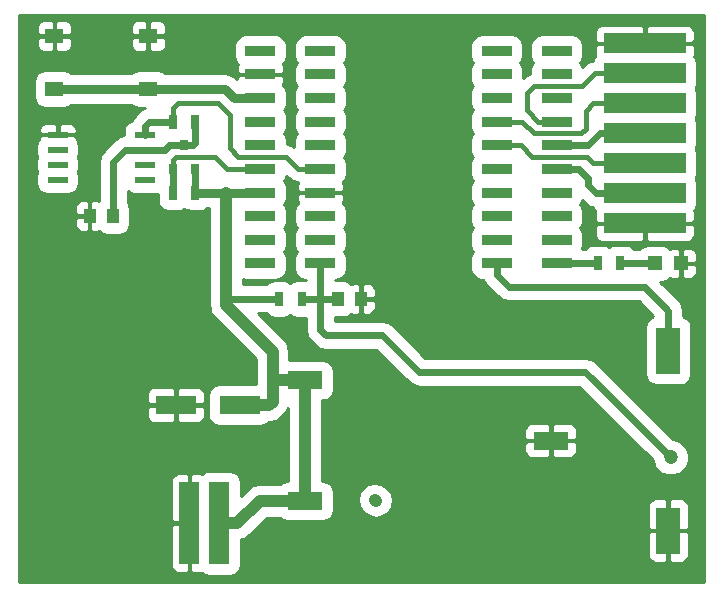
<source format=gtl>
G04 #@! TF.FileFunction,Copper,L1,Top,Signal*
%FSLAX46Y46*%
G04 Gerber Fmt 4.6, Leading zero omitted, Abs format (unit mm)*
G04 Created by KiCad (PCBNEW 4.0.7) date 10/30/17 13:40:03*
%MOMM*%
%LPD*%
G01*
G04 APERTURE LIST*
%ADD10C,0.100000*%
%ADD11R,3.000000X1.500000*%
%ADD12R,1.000000X1.250000*%
%ADD13R,3.500000X1.600000*%
%ADD14R,0.800000X0.900000*%
%ADD15R,0.700000X1.300000*%
%ADD16R,1.550000X1.300000*%
%ADD17R,2.540000X0.890000*%
%ADD18R,1.750000X0.550000*%
%ADD19R,1.200000X1.200000*%
%ADD20R,2.000000X4.000000*%
%ADD21R,7.000000X1.700000*%
%ADD22R,1.700000X7.000000*%
%ADD23C,1.200000*%
%ADD24C,1.000000*%
%ADD25C,0.600000*%
%ADD26C,0.800000*%
%ADD27C,0.400000*%
%ADD28C,0.254000*%
G04 APERTURE END LIST*
D10*
D11*
X169650000Y-106100000D03*
X148850000Y-111200000D03*
X148850000Y-101000000D03*
D12*
X132600000Y-87100000D03*
X130600000Y-87100000D03*
D13*
X143300000Y-103100000D03*
X137900000Y-103100000D03*
D12*
X151600000Y-94100000D03*
X153600000Y-94100000D03*
D14*
X137650000Y-83100000D03*
X139550000Y-83100000D03*
X138600000Y-81100000D03*
D15*
X139550000Y-85100000D03*
X137650000Y-85100000D03*
X139550000Y-79100000D03*
X137650000Y-79100000D03*
X146650000Y-94100000D03*
X148550000Y-94100000D03*
D16*
X127625000Y-71850000D03*
X135575000Y-71850000D03*
X127625000Y-76350000D03*
X135575000Y-76350000D03*
D17*
X150140000Y-73100000D03*
X165060000Y-73100000D03*
X145060000Y-73100000D03*
X170140000Y-73100000D03*
X145060000Y-75100000D03*
X150140000Y-75100000D03*
X145060000Y-77100000D03*
X150140000Y-77100000D03*
X145060000Y-79100000D03*
X150140000Y-79100000D03*
X145060000Y-81100000D03*
X150140000Y-81100000D03*
X145060000Y-83100000D03*
X150140000Y-83100000D03*
X145060000Y-85100000D03*
X150140000Y-85100000D03*
X145060000Y-87100000D03*
X150140000Y-87100000D03*
X145060000Y-89100000D03*
X150140000Y-89100000D03*
X145060000Y-91100000D03*
X150140000Y-91100000D03*
X165060000Y-91100000D03*
X170140000Y-91100000D03*
X165060000Y-89100000D03*
X170140000Y-89100000D03*
X165060000Y-87100000D03*
X170140000Y-87100000D03*
X165060000Y-85100000D03*
X170140000Y-85100000D03*
X165060000Y-83100000D03*
X170140000Y-83100000D03*
X165060000Y-81100000D03*
X170140000Y-81100000D03*
X165060000Y-79100000D03*
X170140000Y-79100000D03*
X165060000Y-77100000D03*
X170140000Y-77100000D03*
X165060000Y-75100000D03*
X170140000Y-75100000D03*
D18*
X135300000Y-84005000D03*
X135300000Y-82735000D03*
X135300000Y-81465000D03*
X135300000Y-80195000D03*
X127900000Y-80195000D03*
X127900000Y-81465000D03*
X127900000Y-82735000D03*
X127900000Y-84005000D03*
D19*
X178500000Y-91100000D03*
X180700000Y-91100000D03*
D15*
X175550000Y-91100000D03*
X173650000Y-91100000D03*
D20*
X179600000Y-98480000D03*
X179600000Y-113720000D03*
D21*
X177600000Y-87720000D03*
X177600000Y-85180000D03*
X177600000Y-82640000D03*
X177600000Y-80100000D03*
X177600000Y-77560000D03*
X177600000Y-75020000D03*
X177600000Y-72480000D03*
D22*
X141600000Y-113100000D03*
X139060000Y-113100000D03*
D23*
X127300000Y-96100000D03*
X179800000Y-107530000D03*
D24*
X154850000Y-111200000D02*
X154750000Y-111100000D01*
D25*
X177550000Y-87250000D02*
X177600000Y-87200000D01*
D24*
X143300000Y-103100000D02*
X145800000Y-103100000D01*
X146100000Y-102800000D02*
X146100000Y-101000000D01*
X145800000Y-103100000D02*
X146100000Y-102800000D01*
X142150000Y-94100000D02*
X142150000Y-94650000D01*
X146100000Y-98600000D02*
X146100000Y-101000000D01*
X142150000Y-94650000D02*
X146100000Y-98600000D01*
X148850000Y-101000000D02*
X146100000Y-101000000D01*
X141600000Y-113100000D02*
X143100000Y-113100000D01*
X145000000Y-111200000D02*
X148850000Y-111200000D01*
X143100000Y-113100000D02*
X145000000Y-111200000D01*
X148850000Y-101000000D02*
X148850000Y-111200000D01*
D25*
X146650000Y-94100000D02*
X142150000Y-94100000D01*
D24*
X142150000Y-94100000D02*
X142150000Y-85100000D01*
D26*
X145060000Y-85100000D02*
X142150000Y-85100000D01*
X142150000Y-85100000D02*
X139550000Y-85100000D01*
D25*
X139550000Y-83100000D02*
X139550000Y-85100000D01*
X135300000Y-81465000D02*
X133635000Y-81465000D01*
X132600000Y-82500000D02*
X132600000Y-87100000D01*
X133635000Y-81465000D02*
X132600000Y-82500000D01*
X138600000Y-81100000D02*
X139350000Y-81100000D01*
X139550000Y-80900000D02*
X139550000Y-79100000D01*
X139350000Y-81100000D02*
X139550000Y-80900000D01*
X135300000Y-81465000D02*
X136985000Y-81465000D01*
X137350000Y-81100000D02*
X138600000Y-81100000D01*
X136985000Y-81465000D02*
X137350000Y-81100000D01*
D26*
X127625000Y-76350000D02*
X135575000Y-76350000D01*
X145060000Y-77100000D02*
X142800000Y-77100000D01*
X142050000Y-76350000D02*
X135575000Y-76350000D01*
X142800000Y-77100000D02*
X142050000Y-76350000D01*
D25*
X175550000Y-91100000D02*
X178500000Y-91100000D01*
X170140000Y-91100000D02*
X173650000Y-91100000D01*
X165060000Y-91100000D02*
X165060000Y-92060000D01*
X179600000Y-95100000D02*
X179600000Y-98480000D01*
X177600000Y-93100000D02*
X179600000Y-95100000D01*
X166100000Y-93100000D02*
X177600000Y-93100000D01*
X165060000Y-92060000D02*
X166100000Y-93100000D01*
X150140000Y-94100000D02*
X150140000Y-96740000D01*
X150600000Y-97200000D02*
X150140000Y-96740000D01*
X155400000Y-97200000D02*
X150600000Y-97200000D01*
X158500000Y-100300000D02*
X155400000Y-97200000D01*
X172570000Y-100300000D02*
X158500000Y-100300000D01*
X172570000Y-100300000D02*
X179800000Y-107530000D01*
X150140000Y-91100000D02*
X150140000Y-94100000D01*
X150140000Y-94100000D02*
X150150000Y-94100000D01*
X151600000Y-94100000D02*
X150150000Y-94100000D01*
X150150000Y-94100000D02*
X148550000Y-94100000D01*
X172250000Y-83350000D02*
X172800000Y-83900000D01*
X173480000Y-85180000D02*
X177600000Y-85180000D01*
X172800000Y-84500000D02*
X173480000Y-85180000D01*
X172800000Y-83900000D02*
X172800000Y-84500000D01*
X170140000Y-83100000D02*
X172000000Y-83100000D01*
X172000000Y-83100000D02*
X172250000Y-83350000D01*
D27*
X172400000Y-82100000D02*
X172700000Y-82100000D01*
X173240000Y-82640000D02*
X177600000Y-82640000D01*
X172700000Y-82100000D02*
X173240000Y-82640000D01*
X165060000Y-81100000D02*
X167100000Y-81100000D01*
X167100000Y-81100000D02*
X168100000Y-82100000D01*
X168100000Y-82100000D02*
X172400000Y-82100000D01*
D25*
X172300000Y-81100000D02*
X172800000Y-81100000D01*
X172800000Y-81100000D02*
X173800000Y-80100000D01*
X173800000Y-80100000D02*
X177600000Y-80100000D01*
X171800000Y-81100000D02*
X172300000Y-81100000D01*
X170140000Y-81100000D02*
X171800000Y-81100000D01*
D27*
X172600000Y-78400000D02*
X172600000Y-78200000D01*
X173240000Y-77560000D02*
X177600000Y-77560000D01*
X172600000Y-78200000D02*
X173240000Y-77560000D01*
X165060000Y-79100000D02*
X167200000Y-79100000D01*
X167200000Y-79100000D02*
X168200000Y-80100000D01*
X172600000Y-79700000D02*
X172600000Y-78400000D01*
X172200000Y-80100000D02*
X172600000Y-79700000D01*
X168200000Y-80100000D02*
X172200000Y-80100000D01*
X172500000Y-75900000D02*
X173380000Y-75020000D01*
X173380000Y-75020000D02*
X177600000Y-75020000D01*
X172300000Y-76100000D02*
X172500000Y-75900000D01*
X168200000Y-76100000D02*
X172300000Y-76100000D01*
X167600000Y-76700000D02*
X168200000Y-76100000D01*
X167600000Y-78100000D02*
X167600000Y-76700000D01*
X170140000Y-79100000D02*
X168600000Y-79100000D01*
X168600000Y-79100000D02*
X167600000Y-78100000D01*
X137650000Y-83100000D02*
X137650000Y-82350000D01*
X142200000Y-83100000D02*
X145060000Y-83100000D01*
X141200000Y-82100000D02*
X142200000Y-83100000D01*
X137900000Y-82100000D02*
X141200000Y-82100000D01*
X137650000Y-82350000D02*
X137900000Y-82100000D01*
D25*
X137650000Y-83100000D02*
X137650000Y-85100000D01*
D27*
X137650000Y-79100000D02*
X137650000Y-77950000D01*
X148250000Y-83100000D02*
X150140000Y-83100000D01*
X147250000Y-82100000D02*
X148250000Y-83100000D01*
X143200000Y-82100000D02*
X147250000Y-82100000D01*
X142450000Y-81350000D02*
X143200000Y-82100000D01*
X142450000Y-78500000D02*
X142450000Y-81350000D01*
X141500000Y-77550000D02*
X142450000Y-78500000D01*
X138050000Y-77550000D02*
X141500000Y-77550000D01*
X137650000Y-77950000D02*
X138050000Y-77550000D01*
D25*
X137650000Y-79100000D02*
X135650000Y-79100000D01*
X135300000Y-79450000D02*
X135300000Y-80195000D01*
X135650000Y-79100000D02*
X135300000Y-79450000D01*
D28*
G36*
X182598000Y-118098000D02*
X124602000Y-118098000D01*
X124602000Y-113354750D01*
X137483000Y-113354750D01*
X137483000Y-116744610D01*
X137593679Y-117011813D01*
X137798188Y-117216321D01*
X138065391Y-117327000D01*
X138805250Y-117327000D01*
X138987000Y-117145250D01*
X138987000Y-113173000D01*
X137664750Y-113173000D01*
X137483000Y-113354750D01*
X124602000Y-113354750D01*
X124602000Y-109455390D01*
X137483000Y-109455390D01*
X137483000Y-112845250D01*
X137664750Y-113027000D01*
X138987000Y-113027000D01*
X138987000Y-109054750D01*
X138805250Y-108873000D01*
X138065391Y-108873000D01*
X137798188Y-108983679D01*
X137593679Y-109188187D01*
X137483000Y-109455390D01*
X124602000Y-109455390D01*
X124602000Y-103354750D01*
X135423000Y-103354750D01*
X135423000Y-104044610D01*
X135533679Y-104311813D01*
X135738188Y-104516321D01*
X136005391Y-104627000D01*
X137645250Y-104627000D01*
X137827000Y-104445250D01*
X137827000Y-103173000D01*
X137973000Y-103173000D01*
X137973000Y-104445250D01*
X138154750Y-104627000D01*
X139794609Y-104627000D01*
X140061812Y-104516321D01*
X140266321Y-104311813D01*
X140377000Y-104044610D01*
X140377000Y-103354750D01*
X140195250Y-103173000D01*
X137973000Y-103173000D01*
X137827000Y-103173000D01*
X135604750Y-103173000D01*
X135423000Y-103354750D01*
X124602000Y-103354750D01*
X124602000Y-102155390D01*
X135423000Y-102155390D01*
X135423000Y-102845250D01*
X135604750Y-103027000D01*
X137827000Y-103027000D01*
X137827000Y-101754750D01*
X137973000Y-101754750D01*
X137973000Y-103027000D01*
X140195250Y-103027000D01*
X140377000Y-102845250D01*
X140377000Y-102155390D01*
X140266321Y-101888187D01*
X140061812Y-101683679D01*
X139794609Y-101573000D01*
X138154750Y-101573000D01*
X137973000Y-101754750D01*
X137827000Y-101754750D01*
X137645250Y-101573000D01*
X136005391Y-101573000D01*
X135738188Y-101683679D01*
X135533679Y-101888187D01*
X135423000Y-102155390D01*
X124602000Y-102155390D01*
X124602000Y-87354750D01*
X129373000Y-87354750D01*
X129373000Y-87869610D01*
X129483679Y-88136813D01*
X129688188Y-88341321D01*
X129955391Y-88452000D01*
X130345250Y-88452000D01*
X130527000Y-88270250D01*
X130527000Y-87173000D01*
X129554750Y-87173000D01*
X129373000Y-87354750D01*
X124602000Y-87354750D01*
X124602000Y-86330390D01*
X129373000Y-86330390D01*
X129373000Y-86845250D01*
X129554750Y-87027000D01*
X130527000Y-87027000D01*
X130527000Y-85929750D01*
X130345250Y-85748000D01*
X129955391Y-85748000D01*
X129688188Y-85858679D01*
X129483679Y-86063187D01*
X129373000Y-86330390D01*
X124602000Y-86330390D01*
X124602000Y-81190000D01*
X126079839Y-81190000D01*
X126079839Y-81740000D01*
X126144478Y-82083526D01*
X126153300Y-82097236D01*
X126079839Y-82460000D01*
X126079839Y-83010000D01*
X126144478Y-83353526D01*
X126153300Y-83367236D01*
X126079839Y-83730000D01*
X126079839Y-84280000D01*
X126144478Y-84623526D01*
X126347501Y-84939033D01*
X126657279Y-85150696D01*
X127025000Y-85225161D01*
X128775000Y-85225161D01*
X129118526Y-85160522D01*
X129434033Y-84957499D01*
X129645696Y-84647721D01*
X129720161Y-84280000D01*
X129720161Y-83730000D01*
X129655522Y-83386474D01*
X129646700Y-83372764D01*
X129720161Y-83010000D01*
X129720161Y-82460000D01*
X129655522Y-82116474D01*
X129646700Y-82102764D01*
X129720161Y-81740000D01*
X129720161Y-81190000D01*
X129655522Y-80846474D01*
X129502000Y-80607894D01*
X129502000Y-80449750D01*
X129320250Y-80268000D01*
X128889373Y-80268000D01*
X128775000Y-80244839D01*
X127025000Y-80244839D01*
X126901910Y-80268000D01*
X126479750Y-80268000D01*
X126298000Y-80449750D01*
X126298000Y-80611974D01*
X126154304Y-80822279D01*
X126079839Y-81190000D01*
X124602000Y-81190000D01*
X124602000Y-79775390D01*
X126298000Y-79775390D01*
X126298000Y-79940250D01*
X126479750Y-80122000D01*
X127827000Y-80122000D01*
X127827000Y-79374750D01*
X127973000Y-79374750D01*
X127973000Y-80122000D01*
X129320250Y-80122000D01*
X129502000Y-79940250D01*
X129502000Y-79775390D01*
X129391321Y-79508187D01*
X129186812Y-79303679D01*
X128919609Y-79193000D01*
X128154750Y-79193000D01*
X127973000Y-79374750D01*
X127827000Y-79374750D01*
X127645250Y-79193000D01*
X126880391Y-79193000D01*
X126613188Y-79303679D01*
X126408679Y-79508187D01*
X126298000Y-79775390D01*
X124602000Y-79775390D01*
X124602000Y-75700000D01*
X125904839Y-75700000D01*
X125904839Y-77000000D01*
X125969478Y-77343526D01*
X126172501Y-77659033D01*
X126482279Y-77870696D01*
X126850000Y-77945161D01*
X128400000Y-77945161D01*
X128743526Y-77880522D01*
X129059033Y-77677499D01*
X129059374Y-77677000D01*
X134148796Y-77677000D01*
X134432279Y-77870696D01*
X134800000Y-77945161D01*
X135287219Y-77945161D01*
X135180448Y-77966399D01*
X134782380Y-78232380D01*
X134432380Y-78582380D01*
X134166400Y-78980447D01*
X134157504Y-79025172D01*
X134081474Y-79039478D01*
X133765967Y-79242501D01*
X133554304Y-79552279D01*
X133479839Y-79920000D01*
X133479839Y-80268863D01*
X133165447Y-80331400D01*
X132866774Y-80530967D01*
X132767380Y-80597380D01*
X131732380Y-81632380D01*
X131466400Y-82030447D01*
X131373000Y-82500000D01*
X131373000Y-85801181D01*
X131244609Y-85748000D01*
X130854750Y-85748000D01*
X130673000Y-85929750D01*
X130673000Y-87027000D01*
X130693000Y-87027000D01*
X130693000Y-87173000D01*
X130673000Y-87173000D01*
X130673000Y-88270250D01*
X130854750Y-88452000D01*
X131244609Y-88452000D01*
X131419596Y-88379518D01*
X131422501Y-88384033D01*
X131732279Y-88595696D01*
X132100000Y-88670161D01*
X133100000Y-88670161D01*
X133443526Y-88605522D01*
X133759033Y-88402499D01*
X133970696Y-88092721D01*
X134045161Y-87725000D01*
X134045161Y-86475000D01*
X133980522Y-86131474D01*
X133827000Y-85892894D01*
X133827000Y-84993353D01*
X134057279Y-85150696D01*
X134425000Y-85225161D01*
X136175000Y-85225161D01*
X136354839Y-85191322D01*
X136354839Y-85750000D01*
X136419478Y-86093526D01*
X136622501Y-86409033D01*
X136932279Y-86620696D01*
X137300000Y-86695161D01*
X138000000Y-86695161D01*
X138343526Y-86630522D01*
X138602638Y-86463788D01*
X138832279Y-86620696D01*
X139200000Y-86695161D01*
X139900000Y-86695161D01*
X140243526Y-86630522D01*
X140559033Y-86427499D01*
X140559374Y-86427000D01*
X140723000Y-86427000D01*
X140723000Y-94650000D01*
X140786179Y-94967620D01*
X140831624Y-95196089D01*
X141140959Y-95659041D01*
X144673000Y-99191083D01*
X144673000Y-101354839D01*
X141550000Y-101354839D01*
X141206474Y-101419478D01*
X140890967Y-101622501D01*
X140679304Y-101932279D01*
X140604839Y-102300000D01*
X140604839Y-103900000D01*
X140669478Y-104243526D01*
X140872501Y-104559033D01*
X141182279Y-104770696D01*
X141550000Y-104845161D01*
X145050000Y-104845161D01*
X145393526Y-104780522D01*
X145709033Y-104577499D01*
X145743538Y-104527000D01*
X145800000Y-104527000D01*
X146346089Y-104418376D01*
X146809041Y-104109041D01*
X147109041Y-103809041D01*
X147418376Y-103346089D01*
X147423000Y-103322843D01*
X147423000Y-109504839D01*
X147350000Y-109504839D01*
X147006474Y-109569478D01*
X146690967Y-109772501D01*
X146690626Y-109773000D01*
X145000000Y-109773000D01*
X144453911Y-109881624D01*
X143990959Y-110190958D01*
X143395161Y-110786756D01*
X143395161Y-109600000D01*
X143330522Y-109256474D01*
X143127499Y-108940967D01*
X142817721Y-108729304D01*
X142450000Y-108654839D01*
X140750000Y-108654839D01*
X140406474Y-108719478D01*
X140123529Y-108901548D01*
X140054609Y-108873000D01*
X139314750Y-108873000D01*
X139133000Y-109054750D01*
X139133000Y-113027000D01*
X139153000Y-113027000D01*
X139153000Y-113173000D01*
X139133000Y-113173000D01*
X139133000Y-117145250D01*
X139314750Y-117327000D01*
X140054609Y-117327000D01*
X140127678Y-117296734D01*
X140382279Y-117470696D01*
X140750000Y-117545161D01*
X142450000Y-117545161D01*
X142793526Y-117480522D01*
X143109033Y-117277499D01*
X143320696Y-116967721D01*
X143395161Y-116600000D01*
X143395161Y-114468289D01*
X143646089Y-114418376D01*
X144109041Y-114109041D01*
X144243332Y-113974750D01*
X177873000Y-113974750D01*
X177873000Y-115864610D01*
X177983679Y-116131813D01*
X178188188Y-116336321D01*
X178455391Y-116447000D01*
X179345250Y-116447000D01*
X179527000Y-116265250D01*
X179527000Y-113793000D01*
X179673000Y-113793000D01*
X179673000Y-116265250D01*
X179854750Y-116447000D01*
X180744609Y-116447000D01*
X181011812Y-116336321D01*
X181216321Y-116131813D01*
X181327000Y-115864610D01*
X181327000Y-113974750D01*
X181145250Y-113793000D01*
X179673000Y-113793000D01*
X179527000Y-113793000D01*
X178054750Y-113793000D01*
X177873000Y-113974750D01*
X144243332Y-113974750D01*
X145591083Y-112627000D01*
X146698796Y-112627000D01*
X146982279Y-112820696D01*
X147350000Y-112895161D01*
X150350000Y-112895161D01*
X150693526Y-112830522D01*
X151009033Y-112627499D01*
X151220696Y-112317721D01*
X151295161Y-111950000D01*
X151295161Y-111100000D01*
X153323001Y-111100000D01*
X153431624Y-111646089D01*
X153740959Y-112109041D01*
X153840958Y-112209041D01*
X154303910Y-112518376D01*
X154850000Y-112626999D01*
X155396089Y-112518376D01*
X155859041Y-112209041D01*
X156168376Y-111746089D01*
X156202329Y-111575390D01*
X177873000Y-111575390D01*
X177873000Y-113465250D01*
X178054750Y-113647000D01*
X179527000Y-113647000D01*
X179527000Y-111174750D01*
X179673000Y-111174750D01*
X179673000Y-113647000D01*
X181145250Y-113647000D01*
X181327000Y-113465250D01*
X181327000Y-111575390D01*
X181216321Y-111308187D01*
X181011812Y-111103679D01*
X180744609Y-110993000D01*
X179854750Y-110993000D01*
X179673000Y-111174750D01*
X179527000Y-111174750D01*
X179345250Y-110993000D01*
X178455391Y-110993000D01*
X178188188Y-111103679D01*
X177983679Y-111308187D01*
X177873000Y-111575390D01*
X156202329Y-111575390D01*
X156276999Y-111200000D01*
X156168376Y-110653910D01*
X155859041Y-110190958D01*
X155759041Y-110090959D01*
X155296089Y-109781624D01*
X154750000Y-109673001D01*
X154203911Y-109781624D01*
X153740959Y-110090959D01*
X153431624Y-110553911D01*
X153323001Y-111100000D01*
X151295161Y-111100000D01*
X151295161Y-110450000D01*
X151230522Y-110106474D01*
X151027499Y-109790967D01*
X150717721Y-109579304D01*
X150350000Y-109504839D01*
X150277000Y-109504839D01*
X150277000Y-106354750D01*
X167423000Y-106354750D01*
X167423000Y-106994610D01*
X167533679Y-107261813D01*
X167738188Y-107466321D01*
X168005391Y-107577000D01*
X169395250Y-107577000D01*
X169577000Y-107395250D01*
X169577000Y-106173000D01*
X169723000Y-106173000D01*
X169723000Y-107395250D01*
X169904750Y-107577000D01*
X171294609Y-107577000D01*
X171561812Y-107466321D01*
X171766321Y-107261813D01*
X171877000Y-106994610D01*
X171877000Y-106354750D01*
X171695250Y-106173000D01*
X169723000Y-106173000D01*
X169577000Y-106173000D01*
X167604750Y-106173000D01*
X167423000Y-106354750D01*
X150277000Y-106354750D01*
X150277000Y-105205390D01*
X167423000Y-105205390D01*
X167423000Y-105845250D01*
X167604750Y-106027000D01*
X169577000Y-106027000D01*
X169577000Y-104804750D01*
X169723000Y-104804750D01*
X169723000Y-106027000D01*
X171695250Y-106027000D01*
X171877000Y-105845250D01*
X171877000Y-105205390D01*
X171766321Y-104938187D01*
X171561812Y-104733679D01*
X171294609Y-104623000D01*
X169904750Y-104623000D01*
X169723000Y-104804750D01*
X169577000Y-104804750D01*
X169395250Y-104623000D01*
X168005391Y-104623000D01*
X167738188Y-104733679D01*
X167533679Y-104938187D01*
X167423000Y-105205390D01*
X150277000Y-105205390D01*
X150277000Y-102695161D01*
X150350000Y-102695161D01*
X150693526Y-102630522D01*
X151009033Y-102427499D01*
X151220696Y-102117721D01*
X151295161Y-101750000D01*
X151295161Y-100250000D01*
X151230522Y-99906474D01*
X151027499Y-99590967D01*
X150717721Y-99379304D01*
X150350000Y-99304839D01*
X147527000Y-99304839D01*
X147527000Y-98600000D01*
X147418376Y-98053911D01*
X147297896Y-97873600D01*
X147109042Y-97590959D01*
X144845082Y-95327000D01*
X145569714Y-95327000D01*
X145622501Y-95409033D01*
X145932279Y-95620696D01*
X146300000Y-95695161D01*
X147000000Y-95695161D01*
X147343526Y-95630522D01*
X147602638Y-95463788D01*
X147832279Y-95620696D01*
X148200000Y-95695161D01*
X148900000Y-95695161D01*
X148913000Y-95692715D01*
X148913000Y-96740000D01*
X149006400Y-97209553D01*
X149261247Y-97590959D01*
X149272380Y-97607620D01*
X149732380Y-98067620D01*
X150130447Y-98333600D01*
X150600000Y-98427000D01*
X154891760Y-98427000D01*
X157632380Y-101167620D01*
X158030447Y-101433600D01*
X158500000Y-101527000D01*
X172061760Y-101527000D01*
X178272817Y-107738057D01*
X178272735Y-107832407D01*
X178504717Y-108393846D01*
X178933894Y-108823773D01*
X179494928Y-109056735D01*
X180102407Y-109057265D01*
X180663846Y-108825283D01*
X181093773Y-108396106D01*
X181326735Y-107835072D01*
X181327265Y-107227593D01*
X181095283Y-106666154D01*
X180666106Y-106236227D01*
X180105072Y-106003265D01*
X180008421Y-106003181D01*
X173437620Y-99432380D01*
X173358186Y-99379304D01*
X173039553Y-99166400D01*
X172570000Y-99073000D01*
X159008240Y-99073000D01*
X156267620Y-96332380D01*
X156119785Y-96233600D01*
X155869553Y-96066400D01*
X155400000Y-95973000D01*
X151367000Y-95973000D01*
X151367000Y-95670161D01*
X152100000Y-95670161D01*
X152443526Y-95605522D01*
X152759033Y-95402499D01*
X152775986Y-95377688D01*
X152955391Y-95452000D01*
X153345250Y-95452000D01*
X153527000Y-95270250D01*
X153527000Y-94173000D01*
X153673000Y-94173000D01*
X153673000Y-95270250D01*
X153854750Y-95452000D01*
X154244609Y-95452000D01*
X154511812Y-95341321D01*
X154716321Y-95136813D01*
X154827000Y-94869610D01*
X154827000Y-94354750D01*
X154645250Y-94173000D01*
X153673000Y-94173000D01*
X153527000Y-94173000D01*
X153507000Y-94173000D01*
X153507000Y-94027000D01*
X153527000Y-94027000D01*
X153527000Y-92929750D01*
X153673000Y-92929750D01*
X153673000Y-94027000D01*
X154645250Y-94027000D01*
X154827000Y-93845250D01*
X154827000Y-93330390D01*
X154716321Y-93063187D01*
X154511812Y-92858679D01*
X154244609Y-92748000D01*
X153854750Y-92748000D01*
X153673000Y-92929750D01*
X153527000Y-92929750D01*
X153345250Y-92748000D01*
X152955391Y-92748000D01*
X152780404Y-92820482D01*
X152777499Y-92815967D01*
X152467721Y-92604304D01*
X152100000Y-92529839D01*
X151367000Y-92529839D01*
X151367000Y-92490161D01*
X151410000Y-92490161D01*
X151753526Y-92425522D01*
X152069033Y-92222499D01*
X152280696Y-91912721D01*
X152355161Y-91545000D01*
X152355161Y-90655000D01*
X152290522Y-90311474D01*
X152153613Y-90098712D01*
X152280696Y-89912721D01*
X152355161Y-89545000D01*
X152355161Y-88655000D01*
X152290522Y-88311474D01*
X152153613Y-88098712D01*
X152280696Y-87912721D01*
X152355161Y-87545000D01*
X152355161Y-86655000D01*
X152290522Y-86311474D01*
X152087499Y-85995967D01*
X152027176Y-85954750D01*
X152137000Y-85689610D01*
X152137000Y-85354750D01*
X151955250Y-85173000D01*
X150213000Y-85173000D01*
X150213000Y-85193000D01*
X150067000Y-85193000D01*
X150067000Y-85173000D01*
X148324750Y-85173000D01*
X148143000Y-85354750D01*
X148143000Y-85689610D01*
X148251456Y-85951447D01*
X148210967Y-85977501D01*
X147999304Y-86287279D01*
X147924839Y-86655000D01*
X147924839Y-87545000D01*
X147989478Y-87888526D01*
X148126387Y-88101288D01*
X147999304Y-88287279D01*
X147924839Y-88655000D01*
X147924839Y-89545000D01*
X147989478Y-89888526D01*
X148126387Y-90101288D01*
X147999304Y-90287279D01*
X147924839Y-90655000D01*
X147924839Y-91545000D01*
X147989478Y-91888526D01*
X148192501Y-92204033D01*
X148502279Y-92415696D01*
X148870000Y-92490161D01*
X148913000Y-92490161D01*
X148913000Y-92507472D01*
X148900000Y-92504839D01*
X148200000Y-92504839D01*
X147856474Y-92569478D01*
X147597362Y-92736212D01*
X147367721Y-92579304D01*
X147000000Y-92504839D01*
X146300000Y-92504839D01*
X145956474Y-92569478D01*
X145640967Y-92772501D01*
X145572299Y-92873000D01*
X143577000Y-92873000D01*
X143577000Y-92447028D01*
X143790000Y-92490161D01*
X146330000Y-92490161D01*
X146673526Y-92425522D01*
X146989033Y-92222499D01*
X147200696Y-91912721D01*
X147275161Y-91545000D01*
X147275161Y-90655000D01*
X147210522Y-90311474D01*
X147073613Y-90098712D01*
X147200696Y-89912721D01*
X147275161Y-89545000D01*
X147275161Y-88655000D01*
X147210522Y-88311474D01*
X147073613Y-88098712D01*
X147200696Y-87912721D01*
X147275161Y-87545000D01*
X147275161Y-86655000D01*
X147210522Y-86311474D01*
X147073613Y-86098712D01*
X147200696Y-85912721D01*
X147275161Y-85545000D01*
X147275161Y-84655000D01*
X147210522Y-84311474D01*
X147073613Y-84098712D01*
X147200696Y-83912721D01*
X147245862Y-83689681D01*
X147453091Y-83896910D01*
X147743507Y-84090959D01*
X147818716Y-84141212D01*
X148216305Y-84220298D01*
X148252824Y-84245250D01*
X148143000Y-84510390D01*
X148143000Y-84845250D01*
X148324750Y-85027000D01*
X150067000Y-85027000D01*
X150067000Y-85007000D01*
X150213000Y-85007000D01*
X150213000Y-85027000D01*
X151955250Y-85027000D01*
X152137000Y-84845250D01*
X152137000Y-84510390D01*
X152028544Y-84248553D01*
X152069033Y-84222499D01*
X152280696Y-83912721D01*
X152355161Y-83545000D01*
X152355161Y-82655000D01*
X152290522Y-82311474D01*
X152153613Y-82098712D01*
X152280696Y-81912721D01*
X152355161Y-81545000D01*
X152355161Y-80655000D01*
X152290522Y-80311474D01*
X152153613Y-80098712D01*
X152280696Y-79912721D01*
X152355161Y-79545000D01*
X152355161Y-78655000D01*
X152290522Y-78311474D01*
X152153613Y-78098712D01*
X152280696Y-77912721D01*
X152355161Y-77545000D01*
X152355161Y-76655000D01*
X152290522Y-76311474D01*
X152153613Y-76098712D01*
X152280696Y-75912721D01*
X152355161Y-75545000D01*
X152355161Y-74655000D01*
X152290522Y-74311474D01*
X152153613Y-74098712D01*
X152280696Y-73912721D01*
X152355161Y-73545000D01*
X152355161Y-72655000D01*
X162844839Y-72655000D01*
X162844839Y-73545000D01*
X162909478Y-73888526D01*
X163046387Y-74101288D01*
X162919304Y-74287279D01*
X162844839Y-74655000D01*
X162844839Y-75545000D01*
X162909478Y-75888526D01*
X163046387Y-76101288D01*
X162919304Y-76287279D01*
X162844839Y-76655000D01*
X162844839Y-77545000D01*
X162909478Y-77888526D01*
X163046387Y-78101288D01*
X162919304Y-78287279D01*
X162844839Y-78655000D01*
X162844839Y-79545000D01*
X162909478Y-79888526D01*
X163046387Y-80101288D01*
X162919304Y-80287279D01*
X162844839Y-80655000D01*
X162844839Y-81545000D01*
X162909478Y-81888526D01*
X163046387Y-82101288D01*
X162919304Y-82287279D01*
X162844839Y-82655000D01*
X162844839Y-83545000D01*
X162909478Y-83888526D01*
X163046387Y-84101288D01*
X162919304Y-84287279D01*
X162844839Y-84655000D01*
X162844839Y-85545000D01*
X162909478Y-85888526D01*
X163046387Y-86101288D01*
X162919304Y-86287279D01*
X162844839Y-86655000D01*
X162844839Y-87545000D01*
X162909478Y-87888526D01*
X163046387Y-88101288D01*
X162919304Y-88287279D01*
X162844839Y-88655000D01*
X162844839Y-89545000D01*
X162909478Y-89888526D01*
X163046387Y-90101288D01*
X162919304Y-90287279D01*
X162844839Y-90655000D01*
X162844839Y-91545000D01*
X162909478Y-91888526D01*
X163112501Y-92204033D01*
X163422279Y-92415696D01*
X163790000Y-92490161D01*
X163918564Y-92490161D01*
X163926400Y-92529553D01*
X164105437Y-92797501D01*
X164192380Y-92927620D01*
X165232380Y-93967620D01*
X165630447Y-94233600D01*
X166100000Y-94327000D01*
X177091760Y-94327000D01*
X178347172Y-95582412D01*
X178256474Y-95599478D01*
X177940967Y-95802501D01*
X177729304Y-96112279D01*
X177654839Y-96480000D01*
X177654839Y-100480000D01*
X177719478Y-100823526D01*
X177922501Y-101139033D01*
X178232279Y-101350696D01*
X178600000Y-101425161D01*
X180600000Y-101425161D01*
X180943526Y-101360522D01*
X181259033Y-101157499D01*
X181470696Y-100847721D01*
X181545161Y-100480000D01*
X181545161Y-96480000D01*
X181480522Y-96136474D01*
X181277499Y-95820967D01*
X180967721Y-95609304D01*
X180827000Y-95580807D01*
X180827000Y-95100000D01*
X180733600Y-94630447D01*
X180467620Y-94232380D01*
X178880401Y-92645161D01*
X179100000Y-92645161D01*
X179443526Y-92580522D01*
X179759033Y-92377499D01*
X179775986Y-92352688D01*
X179955391Y-92427000D01*
X180445250Y-92427000D01*
X180627000Y-92245250D01*
X180627000Y-91173000D01*
X180773000Y-91173000D01*
X180773000Y-92245250D01*
X180954750Y-92427000D01*
X181444609Y-92427000D01*
X181711812Y-92316321D01*
X181916321Y-92111813D01*
X182027000Y-91844610D01*
X182027000Y-91354750D01*
X181845250Y-91173000D01*
X180773000Y-91173000D01*
X180627000Y-91173000D01*
X180607000Y-91173000D01*
X180607000Y-91027000D01*
X180627000Y-91027000D01*
X180627000Y-89954750D01*
X180773000Y-89954750D01*
X180773000Y-91027000D01*
X181845250Y-91027000D01*
X182027000Y-90845250D01*
X182027000Y-90355390D01*
X181916321Y-90088187D01*
X181711812Y-89883679D01*
X181444609Y-89773000D01*
X180954750Y-89773000D01*
X180773000Y-89954750D01*
X180627000Y-89954750D01*
X180445250Y-89773000D01*
X179955391Y-89773000D01*
X179780404Y-89845482D01*
X179777499Y-89840967D01*
X179467721Y-89629304D01*
X179100000Y-89554839D01*
X177900000Y-89554839D01*
X177556474Y-89619478D01*
X177240967Y-89822501D01*
X177206462Y-89873000D01*
X176630286Y-89873000D01*
X176577499Y-89790967D01*
X176267721Y-89579304D01*
X175900000Y-89504839D01*
X175200000Y-89504839D01*
X174856474Y-89569478D01*
X174597362Y-89736212D01*
X174367721Y-89579304D01*
X174000000Y-89504839D01*
X173300000Y-89504839D01*
X172956474Y-89569478D01*
X172640967Y-89772501D01*
X172572299Y-89873000D01*
X172288740Y-89873000D01*
X172355161Y-89545000D01*
X172355161Y-88655000D01*
X172290522Y-88311474D01*
X172153613Y-88098712D01*
X172238313Y-87974750D01*
X173373000Y-87974750D01*
X173373000Y-88714609D01*
X173483679Y-88981812D01*
X173688187Y-89186321D01*
X173955390Y-89297000D01*
X177345250Y-89297000D01*
X177527000Y-89115250D01*
X177527000Y-87793000D01*
X177673000Y-87793000D01*
X177673000Y-89115250D01*
X177854750Y-89297000D01*
X181244610Y-89297000D01*
X181511813Y-89186321D01*
X181716321Y-88981812D01*
X181827000Y-88714609D01*
X181827000Y-87974750D01*
X181645250Y-87793000D01*
X177673000Y-87793000D01*
X177527000Y-87793000D01*
X173554750Y-87793000D01*
X173373000Y-87974750D01*
X172238313Y-87974750D01*
X172280696Y-87912721D01*
X172355161Y-87545000D01*
X172355161Y-86655000D01*
X172290522Y-86311474D01*
X172153613Y-86098712D01*
X172280696Y-85912721D01*
X172313835Y-85749075D01*
X172612380Y-86047620D01*
X173010447Y-86313600D01*
X173215892Y-86354465D01*
X173219478Y-86373526D01*
X173401548Y-86656471D01*
X173373000Y-86725391D01*
X173373000Y-87465250D01*
X173554750Y-87647000D01*
X177527000Y-87647000D01*
X177527000Y-87627000D01*
X177673000Y-87627000D01*
X177673000Y-87647000D01*
X181645250Y-87647000D01*
X181827000Y-87465250D01*
X181827000Y-86725391D01*
X181796734Y-86652322D01*
X181970696Y-86397721D01*
X182045161Y-86030000D01*
X182045161Y-84330000D01*
X181980522Y-83986474D01*
X181933089Y-83912761D01*
X181970696Y-83857721D01*
X182045161Y-83490000D01*
X182045161Y-81790000D01*
X181980522Y-81446474D01*
X181933089Y-81372761D01*
X181970696Y-81317721D01*
X182045161Y-80950000D01*
X182045161Y-79250000D01*
X181980522Y-78906474D01*
X181933089Y-78832761D01*
X181970696Y-78777721D01*
X182045161Y-78410000D01*
X182045161Y-76710000D01*
X181980522Y-76366474D01*
X181933089Y-76292761D01*
X181970696Y-76237721D01*
X182045161Y-75870000D01*
X182045161Y-74170000D01*
X181980522Y-73826474D01*
X181798452Y-73543529D01*
X181827000Y-73474609D01*
X181827000Y-72734750D01*
X181645250Y-72553000D01*
X177673000Y-72553000D01*
X177673000Y-72573000D01*
X177527000Y-72573000D01*
X177527000Y-72553000D01*
X173554750Y-72553000D01*
X173373000Y-72734750D01*
X173373000Y-73474609D01*
X173403266Y-73547678D01*
X173229304Y-73802279D01*
X173203837Y-73928041D01*
X172948716Y-73978788D01*
X172583091Y-74223091D01*
X172322858Y-74483324D01*
X172290522Y-74311474D01*
X172153613Y-74098712D01*
X172280696Y-73912721D01*
X172355161Y-73545000D01*
X172355161Y-72655000D01*
X172290522Y-72311474D01*
X172087499Y-71995967D01*
X171777721Y-71784304D01*
X171410000Y-71709839D01*
X168870000Y-71709839D01*
X168526474Y-71774478D01*
X168210967Y-71977501D01*
X167999304Y-72287279D01*
X167924839Y-72655000D01*
X167924839Y-73545000D01*
X167989478Y-73888526D01*
X168126387Y-74101288D01*
X167999304Y-74287279D01*
X167924839Y-74655000D01*
X167924839Y-75027733D01*
X167768716Y-75058788D01*
X167403091Y-75303091D01*
X167275161Y-75431021D01*
X167275161Y-74655000D01*
X167210522Y-74311474D01*
X167073613Y-74098712D01*
X167200696Y-73912721D01*
X167275161Y-73545000D01*
X167275161Y-72655000D01*
X167210522Y-72311474D01*
X167007499Y-71995967D01*
X166697721Y-71784304D01*
X166330000Y-71709839D01*
X163790000Y-71709839D01*
X163446474Y-71774478D01*
X163130967Y-71977501D01*
X162919304Y-72287279D01*
X162844839Y-72655000D01*
X152355161Y-72655000D01*
X152290522Y-72311474D01*
X152087499Y-71995967D01*
X151777721Y-71784304D01*
X151410000Y-71709839D01*
X148870000Y-71709839D01*
X148526474Y-71774478D01*
X148210967Y-71977501D01*
X147999304Y-72287279D01*
X147924839Y-72655000D01*
X147924839Y-73545000D01*
X147989478Y-73888526D01*
X148126387Y-74101288D01*
X147999304Y-74287279D01*
X147924839Y-74655000D01*
X147924839Y-75545000D01*
X147989478Y-75888526D01*
X148126387Y-76101288D01*
X147999304Y-76287279D01*
X147924839Y-76655000D01*
X147924839Y-77545000D01*
X147989478Y-77888526D01*
X148126387Y-78101288D01*
X147999304Y-78287279D01*
X147924839Y-78655000D01*
X147924839Y-79545000D01*
X147989478Y-79888526D01*
X148126387Y-80101288D01*
X147999304Y-80287279D01*
X147924839Y-80655000D01*
X147924839Y-81221526D01*
X147681284Y-81058788D01*
X147275161Y-80978005D01*
X147275161Y-80655000D01*
X147210522Y-80311474D01*
X147073613Y-80098712D01*
X147200696Y-79912721D01*
X147275161Y-79545000D01*
X147275161Y-78655000D01*
X147210522Y-78311474D01*
X147073613Y-78098712D01*
X147200696Y-77912721D01*
X147275161Y-77545000D01*
X147275161Y-76655000D01*
X147210522Y-76311474D01*
X147007499Y-75995967D01*
X146947176Y-75954750D01*
X147057000Y-75689610D01*
X147057000Y-75354750D01*
X146875250Y-75173000D01*
X145133000Y-75173000D01*
X145133000Y-75193000D01*
X144987000Y-75193000D01*
X144987000Y-75173000D01*
X143244750Y-75173000D01*
X143063000Y-75354750D01*
X143063000Y-75486338D01*
X142988331Y-75411669D01*
X142557821Y-75124012D01*
X142050000Y-75023000D01*
X137001204Y-75023000D01*
X136717721Y-74829304D01*
X136350000Y-74754839D01*
X134800000Y-74754839D01*
X134456474Y-74819478D01*
X134140967Y-75022501D01*
X134140626Y-75023000D01*
X129051204Y-75023000D01*
X128767721Y-74829304D01*
X128400000Y-74754839D01*
X126850000Y-74754839D01*
X126506474Y-74819478D01*
X126190967Y-75022501D01*
X125979304Y-75332279D01*
X125904839Y-75700000D01*
X124602000Y-75700000D01*
X124602000Y-72104750D01*
X126123000Y-72104750D01*
X126123000Y-72644610D01*
X126233679Y-72911813D01*
X126438188Y-73116321D01*
X126705391Y-73227000D01*
X127370250Y-73227000D01*
X127552000Y-73045250D01*
X127552000Y-71923000D01*
X127698000Y-71923000D01*
X127698000Y-73045250D01*
X127879750Y-73227000D01*
X128544609Y-73227000D01*
X128811812Y-73116321D01*
X129016321Y-72911813D01*
X129127000Y-72644610D01*
X129127000Y-72104750D01*
X134073000Y-72104750D01*
X134073000Y-72644610D01*
X134183679Y-72911813D01*
X134388188Y-73116321D01*
X134655391Y-73227000D01*
X135320250Y-73227000D01*
X135502000Y-73045250D01*
X135502000Y-71923000D01*
X135648000Y-71923000D01*
X135648000Y-73045250D01*
X135829750Y-73227000D01*
X136494609Y-73227000D01*
X136761812Y-73116321D01*
X136966321Y-72911813D01*
X137072696Y-72655000D01*
X142844839Y-72655000D01*
X142844839Y-73545000D01*
X142909478Y-73888526D01*
X143112501Y-74204033D01*
X143172824Y-74245250D01*
X143063000Y-74510390D01*
X143063000Y-74845250D01*
X143244750Y-75027000D01*
X144987000Y-75027000D01*
X144987000Y-75007000D01*
X145133000Y-75007000D01*
X145133000Y-75027000D01*
X146875250Y-75027000D01*
X147057000Y-74845250D01*
X147057000Y-74510390D01*
X146948544Y-74248553D01*
X146989033Y-74222499D01*
X147200696Y-73912721D01*
X147275161Y-73545000D01*
X147275161Y-72655000D01*
X147210522Y-72311474D01*
X147007499Y-71995967D01*
X146697721Y-71784304D01*
X146330000Y-71709839D01*
X143790000Y-71709839D01*
X143446474Y-71774478D01*
X143130967Y-71977501D01*
X142919304Y-72287279D01*
X142844839Y-72655000D01*
X137072696Y-72655000D01*
X137077000Y-72644610D01*
X137077000Y-72104750D01*
X136895250Y-71923000D01*
X135648000Y-71923000D01*
X135502000Y-71923000D01*
X134254750Y-71923000D01*
X134073000Y-72104750D01*
X129127000Y-72104750D01*
X128945250Y-71923000D01*
X127698000Y-71923000D01*
X127552000Y-71923000D01*
X126304750Y-71923000D01*
X126123000Y-72104750D01*
X124602000Y-72104750D01*
X124602000Y-71055390D01*
X126123000Y-71055390D01*
X126123000Y-71595250D01*
X126304750Y-71777000D01*
X127552000Y-71777000D01*
X127552000Y-70654750D01*
X127698000Y-70654750D01*
X127698000Y-71777000D01*
X128945250Y-71777000D01*
X129127000Y-71595250D01*
X129127000Y-71055390D01*
X134073000Y-71055390D01*
X134073000Y-71595250D01*
X134254750Y-71777000D01*
X135502000Y-71777000D01*
X135502000Y-70654750D01*
X135648000Y-70654750D01*
X135648000Y-71777000D01*
X136895250Y-71777000D01*
X137077000Y-71595250D01*
X137077000Y-71485391D01*
X173373000Y-71485391D01*
X173373000Y-72225250D01*
X173554750Y-72407000D01*
X177527000Y-72407000D01*
X177527000Y-71084750D01*
X177673000Y-71084750D01*
X177673000Y-72407000D01*
X181645250Y-72407000D01*
X181827000Y-72225250D01*
X181827000Y-71485391D01*
X181716321Y-71218188D01*
X181511813Y-71013679D01*
X181244610Y-70903000D01*
X177854750Y-70903000D01*
X177673000Y-71084750D01*
X177527000Y-71084750D01*
X177345250Y-70903000D01*
X173955390Y-70903000D01*
X173688187Y-71013679D01*
X173483679Y-71218188D01*
X173373000Y-71485391D01*
X137077000Y-71485391D01*
X137077000Y-71055390D01*
X136966321Y-70788187D01*
X136761812Y-70583679D01*
X136494609Y-70473000D01*
X135829750Y-70473000D01*
X135648000Y-70654750D01*
X135502000Y-70654750D01*
X135320250Y-70473000D01*
X134655391Y-70473000D01*
X134388188Y-70583679D01*
X134183679Y-70788187D01*
X134073000Y-71055390D01*
X129127000Y-71055390D01*
X129016321Y-70788187D01*
X128811812Y-70583679D01*
X128544609Y-70473000D01*
X127879750Y-70473000D01*
X127698000Y-70654750D01*
X127552000Y-70654750D01*
X127370250Y-70473000D01*
X126705391Y-70473000D01*
X126438188Y-70583679D01*
X126233679Y-70788187D01*
X126123000Y-71055390D01*
X124602000Y-71055390D01*
X124602000Y-70102000D01*
X182598000Y-70102000D01*
X182598000Y-118098000D01*
X182598000Y-118098000D01*
G37*
X182598000Y-118098000D02*
X124602000Y-118098000D01*
X124602000Y-113354750D01*
X137483000Y-113354750D01*
X137483000Y-116744610D01*
X137593679Y-117011813D01*
X137798188Y-117216321D01*
X138065391Y-117327000D01*
X138805250Y-117327000D01*
X138987000Y-117145250D01*
X138987000Y-113173000D01*
X137664750Y-113173000D01*
X137483000Y-113354750D01*
X124602000Y-113354750D01*
X124602000Y-109455390D01*
X137483000Y-109455390D01*
X137483000Y-112845250D01*
X137664750Y-113027000D01*
X138987000Y-113027000D01*
X138987000Y-109054750D01*
X138805250Y-108873000D01*
X138065391Y-108873000D01*
X137798188Y-108983679D01*
X137593679Y-109188187D01*
X137483000Y-109455390D01*
X124602000Y-109455390D01*
X124602000Y-103354750D01*
X135423000Y-103354750D01*
X135423000Y-104044610D01*
X135533679Y-104311813D01*
X135738188Y-104516321D01*
X136005391Y-104627000D01*
X137645250Y-104627000D01*
X137827000Y-104445250D01*
X137827000Y-103173000D01*
X137973000Y-103173000D01*
X137973000Y-104445250D01*
X138154750Y-104627000D01*
X139794609Y-104627000D01*
X140061812Y-104516321D01*
X140266321Y-104311813D01*
X140377000Y-104044610D01*
X140377000Y-103354750D01*
X140195250Y-103173000D01*
X137973000Y-103173000D01*
X137827000Y-103173000D01*
X135604750Y-103173000D01*
X135423000Y-103354750D01*
X124602000Y-103354750D01*
X124602000Y-102155390D01*
X135423000Y-102155390D01*
X135423000Y-102845250D01*
X135604750Y-103027000D01*
X137827000Y-103027000D01*
X137827000Y-101754750D01*
X137973000Y-101754750D01*
X137973000Y-103027000D01*
X140195250Y-103027000D01*
X140377000Y-102845250D01*
X140377000Y-102155390D01*
X140266321Y-101888187D01*
X140061812Y-101683679D01*
X139794609Y-101573000D01*
X138154750Y-101573000D01*
X137973000Y-101754750D01*
X137827000Y-101754750D01*
X137645250Y-101573000D01*
X136005391Y-101573000D01*
X135738188Y-101683679D01*
X135533679Y-101888187D01*
X135423000Y-102155390D01*
X124602000Y-102155390D01*
X124602000Y-87354750D01*
X129373000Y-87354750D01*
X129373000Y-87869610D01*
X129483679Y-88136813D01*
X129688188Y-88341321D01*
X129955391Y-88452000D01*
X130345250Y-88452000D01*
X130527000Y-88270250D01*
X130527000Y-87173000D01*
X129554750Y-87173000D01*
X129373000Y-87354750D01*
X124602000Y-87354750D01*
X124602000Y-86330390D01*
X129373000Y-86330390D01*
X129373000Y-86845250D01*
X129554750Y-87027000D01*
X130527000Y-87027000D01*
X130527000Y-85929750D01*
X130345250Y-85748000D01*
X129955391Y-85748000D01*
X129688188Y-85858679D01*
X129483679Y-86063187D01*
X129373000Y-86330390D01*
X124602000Y-86330390D01*
X124602000Y-81190000D01*
X126079839Y-81190000D01*
X126079839Y-81740000D01*
X126144478Y-82083526D01*
X126153300Y-82097236D01*
X126079839Y-82460000D01*
X126079839Y-83010000D01*
X126144478Y-83353526D01*
X126153300Y-83367236D01*
X126079839Y-83730000D01*
X126079839Y-84280000D01*
X126144478Y-84623526D01*
X126347501Y-84939033D01*
X126657279Y-85150696D01*
X127025000Y-85225161D01*
X128775000Y-85225161D01*
X129118526Y-85160522D01*
X129434033Y-84957499D01*
X129645696Y-84647721D01*
X129720161Y-84280000D01*
X129720161Y-83730000D01*
X129655522Y-83386474D01*
X129646700Y-83372764D01*
X129720161Y-83010000D01*
X129720161Y-82460000D01*
X129655522Y-82116474D01*
X129646700Y-82102764D01*
X129720161Y-81740000D01*
X129720161Y-81190000D01*
X129655522Y-80846474D01*
X129502000Y-80607894D01*
X129502000Y-80449750D01*
X129320250Y-80268000D01*
X128889373Y-80268000D01*
X128775000Y-80244839D01*
X127025000Y-80244839D01*
X126901910Y-80268000D01*
X126479750Y-80268000D01*
X126298000Y-80449750D01*
X126298000Y-80611974D01*
X126154304Y-80822279D01*
X126079839Y-81190000D01*
X124602000Y-81190000D01*
X124602000Y-79775390D01*
X126298000Y-79775390D01*
X126298000Y-79940250D01*
X126479750Y-80122000D01*
X127827000Y-80122000D01*
X127827000Y-79374750D01*
X127973000Y-79374750D01*
X127973000Y-80122000D01*
X129320250Y-80122000D01*
X129502000Y-79940250D01*
X129502000Y-79775390D01*
X129391321Y-79508187D01*
X129186812Y-79303679D01*
X128919609Y-79193000D01*
X128154750Y-79193000D01*
X127973000Y-79374750D01*
X127827000Y-79374750D01*
X127645250Y-79193000D01*
X126880391Y-79193000D01*
X126613188Y-79303679D01*
X126408679Y-79508187D01*
X126298000Y-79775390D01*
X124602000Y-79775390D01*
X124602000Y-75700000D01*
X125904839Y-75700000D01*
X125904839Y-77000000D01*
X125969478Y-77343526D01*
X126172501Y-77659033D01*
X126482279Y-77870696D01*
X126850000Y-77945161D01*
X128400000Y-77945161D01*
X128743526Y-77880522D01*
X129059033Y-77677499D01*
X129059374Y-77677000D01*
X134148796Y-77677000D01*
X134432279Y-77870696D01*
X134800000Y-77945161D01*
X135287219Y-77945161D01*
X135180448Y-77966399D01*
X134782380Y-78232380D01*
X134432380Y-78582380D01*
X134166400Y-78980447D01*
X134157504Y-79025172D01*
X134081474Y-79039478D01*
X133765967Y-79242501D01*
X133554304Y-79552279D01*
X133479839Y-79920000D01*
X133479839Y-80268863D01*
X133165447Y-80331400D01*
X132866774Y-80530967D01*
X132767380Y-80597380D01*
X131732380Y-81632380D01*
X131466400Y-82030447D01*
X131373000Y-82500000D01*
X131373000Y-85801181D01*
X131244609Y-85748000D01*
X130854750Y-85748000D01*
X130673000Y-85929750D01*
X130673000Y-87027000D01*
X130693000Y-87027000D01*
X130693000Y-87173000D01*
X130673000Y-87173000D01*
X130673000Y-88270250D01*
X130854750Y-88452000D01*
X131244609Y-88452000D01*
X131419596Y-88379518D01*
X131422501Y-88384033D01*
X131732279Y-88595696D01*
X132100000Y-88670161D01*
X133100000Y-88670161D01*
X133443526Y-88605522D01*
X133759033Y-88402499D01*
X133970696Y-88092721D01*
X134045161Y-87725000D01*
X134045161Y-86475000D01*
X133980522Y-86131474D01*
X133827000Y-85892894D01*
X133827000Y-84993353D01*
X134057279Y-85150696D01*
X134425000Y-85225161D01*
X136175000Y-85225161D01*
X136354839Y-85191322D01*
X136354839Y-85750000D01*
X136419478Y-86093526D01*
X136622501Y-86409033D01*
X136932279Y-86620696D01*
X137300000Y-86695161D01*
X138000000Y-86695161D01*
X138343526Y-86630522D01*
X138602638Y-86463788D01*
X138832279Y-86620696D01*
X139200000Y-86695161D01*
X139900000Y-86695161D01*
X140243526Y-86630522D01*
X140559033Y-86427499D01*
X140559374Y-86427000D01*
X140723000Y-86427000D01*
X140723000Y-94650000D01*
X140786179Y-94967620D01*
X140831624Y-95196089D01*
X141140959Y-95659041D01*
X144673000Y-99191083D01*
X144673000Y-101354839D01*
X141550000Y-101354839D01*
X141206474Y-101419478D01*
X140890967Y-101622501D01*
X140679304Y-101932279D01*
X140604839Y-102300000D01*
X140604839Y-103900000D01*
X140669478Y-104243526D01*
X140872501Y-104559033D01*
X141182279Y-104770696D01*
X141550000Y-104845161D01*
X145050000Y-104845161D01*
X145393526Y-104780522D01*
X145709033Y-104577499D01*
X145743538Y-104527000D01*
X145800000Y-104527000D01*
X146346089Y-104418376D01*
X146809041Y-104109041D01*
X147109041Y-103809041D01*
X147418376Y-103346089D01*
X147423000Y-103322843D01*
X147423000Y-109504839D01*
X147350000Y-109504839D01*
X147006474Y-109569478D01*
X146690967Y-109772501D01*
X146690626Y-109773000D01*
X145000000Y-109773000D01*
X144453911Y-109881624D01*
X143990959Y-110190958D01*
X143395161Y-110786756D01*
X143395161Y-109600000D01*
X143330522Y-109256474D01*
X143127499Y-108940967D01*
X142817721Y-108729304D01*
X142450000Y-108654839D01*
X140750000Y-108654839D01*
X140406474Y-108719478D01*
X140123529Y-108901548D01*
X140054609Y-108873000D01*
X139314750Y-108873000D01*
X139133000Y-109054750D01*
X139133000Y-113027000D01*
X139153000Y-113027000D01*
X139153000Y-113173000D01*
X139133000Y-113173000D01*
X139133000Y-117145250D01*
X139314750Y-117327000D01*
X140054609Y-117327000D01*
X140127678Y-117296734D01*
X140382279Y-117470696D01*
X140750000Y-117545161D01*
X142450000Y-117545161D01*
X142793526Y-117480522D01*
X143109033Y-117277499D01*
X143320696Y-116967721D01*
X143395161Y-116600000D01*
X143395161Y-114468289D01*
X143646089Y-114418376D01*
X144109041Y-114109041D01*
X144243332Y-113974750D01*
X177873000Y-113974750D01*
X177873000Y-115864610D01*
X177983679Y-116131813D01*
X178188188Y-116336321D01*
X178455391Y-116447000D01*
X179345250Y-116447000D01*
X179527000Y-116265250D01*
X179527000Y-113793000D01*
X179673000Y-113793000D01*
X179673000Y-116265250D01*
X179854750Y-116447000D01*
X180744609Y-116447000D01*
X181011812Y-116336321D01*
X181216321Y-116131813D01*
X181327000Y-115864610D01*
X181327000Y-113974750D01*
X181145250Y-113793000D01*
X179673000Y-113793000D01*
X179527000Y-113793000D01*
X178054750Y-113793000D01*
X177873000Y-113974750D01*
X144243332Y-113974750D01*
X145591083Y-112627000D01*
X146698796Y-112627000D01*
X146982279Y-112820696D01*
X147350000Y-112895161D01*
X150350000Y-112895161D01*
X150693526Y-112830522D01*
X151009033Y-112627499D01*
X151220696Y-112317721D01*
X151295161Y-111950000D01*
X151295161Y-111100000D01*
X153323001Y-111100000D01*
X153431624Y-111646089D01*
X153740959Y-112109041D01*
X153840958Y-112209041D01*
X154303910Y-112518376D01*
X154850000Y-112626999D01*
X155396089Y-112518376D01*
X155859041Y-112209041D01*
X156168376Y-111746089D01*
X156202329Y-111575390D01*
X177873000Y-111575390D01*
X177873000Y-113465250D01*
X178054750Y-113647000D01*
X179527000Y-113647000D01*
X179527000Y-111174750D01*
X179673000Y-111174750D01*
X179673000Y-113647000D01*
X181145250Y-113647000D01*
X181327000Y-113465250D01*
X181327000Y-111575390D01*
X181216321Y-111308187D01*
X181011812Y-111103679D01*
X180744609Y-110993000D01*
X179854750Y-110993000D01*
X179673000Y-111174750D01*
X179527000Y-111174750D01*
X179345250Y-110993000D01*
X178455391Y-110993000D01*
X178188188Y-111103679D01*
X177983679Y-111308187D01*
X177873000Y-111575390D01*
X156202329Y-111575390D01*
X156276999Y-111200000D01*
X156168376Y-110653910D01*
X155859041Y-110190958D01*
X155759041Y-110090959D01*
X155296089Y-109781624D01*
X154750000Y-109673001D01*
X154203911Y-109781624D01*
X153740959Y-110090959D01*
X153431624Y-110553911D01*
X153323001Y-111100000D01*
X151295161Y-111100000D01*
X151295161Y-110450000D01*
X151230522Y-110106474D01*
X151027499Y-109790967D01*
X150717721Y-109579304D01*
X150350000Y-109504839D01*
X150277000Y-109504839D01*
X150277000Y-106354750D01*
X167423000Y-106354750D01*
X167423000Y-106994610D01*
X167533679Y-107261813D01*
X167738188Y-107466321D01*
X168005391Y-107577000D01*
X169395250Y-107577000D01*
X169577000Y-107395250D01*
X169577000Y-106173000D01*
X169723000Y-106173000D01*
X169723000Y-107395250D01*
X169904750Y-107577000D01*
X171294609Y-107577000D01*
X171561812Y-107466321D01*
X171766321Y-107261813D01*
X171877000Y-106994610D01*
X171877000Y-106354750D01*
X171695250Y-106173000D01*
X169723000Y-106173000D01*
X169577000Y-106173000D01*
X167604750Y-106173000D01*
X167423000Y-106354750D01*
X150277000Y-106354750D01*
X150277000Y-105205390D01*
X167423000Y-105205390D01*
X167423000Y-105845250D01*
X167604750Y-106027000D01*
X169577000Y-106027000D01*
X169577000Y-104804750D01*
X169723000Y-104804750D01*
X169723000Y-106027000D01*
X171695250Y-106027000D01*
X171877000Y-105845250D01*
X171877000Y-105205390D01*
X171766321Y-104938187D01*
X171561812Y-104733679D01*
X171294609Y-104623000D01*
X169904750Y-104623000D01*
X169723000Y-104804750D01*
X169577000Y-104804750D01*
X169395250Y-104623000D01*
X168005391Y-104623000D01*
X167738188Y-104733679D01*
X167533679Y-104938187D01*
X167423000Y-105205390D01*
X150277000Y-105205390D01*
X150277000Y-102695161D01*
X150350000Y-102695161D01*
X150693526Y-102630522D01*
X151009033Y-102427499D01*
X151220696Y-102117721D01*
X151295161Y-101750000D01*
X151295161Y-100250000D01*
X151230522Y-99906474D01*
X151027499Y-99590967D01*
X150717721Y-99379304D01*
X150350000Y-99304839D01*
X147527000Y-99304839D01*
X147527000Y-98600000D01*
X147418376Y-98053911D01*
X147297896Y-97873600D01*
X147109042Y-97590959D01*
X144845082Y-95327000D01*
X145569714Y-95327000D01*
X145622501Y-95409033D01*
X145932279Y-95620696D01*
X146300000Y-95695161D01*
X147000000Y-95695161D01*
X147343526Y-95630522D01*
X147602638Y-95463788D01*
X147832279Y-95620696D01*
X148200000Y-95695161D01*
X148900000Y-95695161D01*
X148913000Y-95692715D01*
X148913000Y-96740000D01*
X149006400Y-97209553D01*
X149261247Y-97590959D01*
X149272380Y-97607620D01*
X149732380Y-98067620D01*
X150130447Y-98333600D01*
X150600000Y-98427000D01*
X154891760Y-98427000D01*
X157632380Y-101167620D01*
X158030447Y-101433600D01*
X158500000Y-101527000D01*
X172061760Y-101527000D01*
X178272817Y-107738057D01*
X178272735Y-107832407D01*
X178504717Y-108393846D01*
X178933894Y-108823773D01*
X179494928Y-109056735D01*
X180102407Y-109057265D01*
X180663846Y-108825283D01*
X181093773Y-108396106D01*
X181326735Y-107835072D01*
X181327265Y-107227593D01*
X181095283Y-106666154D01*
X180666106Y-106236227D01*
X180105072Y-106003265D01*
X180008421Y-106003181D01*
X173437620Y-99432380D01*
X173358186Y-99379304D01*
X173039553Y-99166400D01*
X172570000Y-99073000D01*
X159008240Y-99073000D01*
X156267620Y-96332380D01*
X156119785Y-96233600D01*
X155869553Y-96066400D01*
X155400000Y-95973000D01*
X151367000Y-95973000D01*
X151367000Y-95670161D01*
X152100000Y-95670161D01*
X152443526Y-95605522D01*
X152759033Y-95402499D01*
X152775986Y-95377688D01*
X152955391Y-95452000D01*
X153345250Y-95452000D01*
X153527000Y-95270250D01*
X153527000Y-94173000D01*
X153673000Y-94173000D01*
X153673000Y-95270250D01*
X153854750Y-95452000D01*
X154244609Y-95452000D01*
X154511812Y-95341321D01*
X154716321Y-95136813D01*
X154827000Y-94869610D01*
X154827000Y-94354750D01*
X154645250Y-94173000D01*
X153673000Y-94173000D01*
X153527000Y-94173000D01*
X153507000Y-94173000D01*
X153507000Y-94027000D01*
X153527000Y-94027000D01*
X153527000Y-92929750D01*
X153673000Y-92929750D01*
X153673000Y-94027000D01*
X154645250Y-94027000D01*
X154827000Y-93845250D01*
X154827000Y-93330390D01*
X154716321Y-93063187D01*
X154511812Y-92858679D01*
X154244609Y-92748000D01*
X153854750Y-92748000D01*
X153673000Y-92929750D01*
X153527000Y-92929750D01*
X153345250Y-92748000D01*
X152955391Y-92748000D01*
X152780404Y-92820482D01*
X152777499Y-92815967D01*
X152467721Y-92604304D01*
X152100000Y-92529839D01*
X151367000Y-92529839D01*
X151367000Y-92490161D01*
X151410000Y-92490161D01*
X151753526Y-92425522D01*
X152069033Y-92222499D01*
X152280696Y-91912721D01*
X152355161Y-91545000D01*
X152355161Y-90655000D01*
X152290522Y-90311474D01*
X152153613Y-90098712D01*
X152280696Y-89912721D01*
X152355161Y-89545000D01*
X152355161Y-88655000D01*
X152290522Y-88311474D01*
X152153613Y-88098712D01*
X152280696Y-87912721D01*
X152355161Y-87545000D01*
X152355161Y-86655000D01*
X152290522Y-86311474D01*
X152087499Y-85995967D01*
X152027176Y-85954750D01*
X152137000Y-85689610D01*
X152137000Y-85354750D01*
X151955250Y-85173000D01*
X150213000Y-85173000D01*
X150213000Y-85193000D01*
X150067000Y-85193000D01*
X150067000Y-85173000D01*
X148324750Y-85173000D01*
X148143000Y-85354750D01*
X148143000Y-85689610D01*
X148251456Y-85951447D01*
X148210967Y-85977501D01*
X147999304Y-86287279D01*
X147924839Y-86655000D01*
X147924839Y-87545000D01*
X147989478Y-87888526D01*
X148126387Y-88101288D01*
X147999304Y-88287279D01*
X147924839Y-88655000D01*
X147924839Y-89545000D01*
X147989478Y-89888526D01*
X148126387Y-90101288D01*
X147999304Y-90287279D01*
X147924839Y-90655000D01*
X147924839Y-91545000D01*
X147989478Y-91888526D01*
X148192501Y-92204033D01*
X148502279Y-92415696D01*
X148870000Y-92490161D01*
X148913000Y-92490161D01*
X148913000Y-92507472D01*
X148900000Y-92504839D01*
X148200000Y-92504839D01*
X147856474Y-92569478D01*
X147597362Y-92736212D01*
X147367721Y-92579304D01*
X147000000Y-92504839D01*
X146300000Y-92504839D01*
X145956474Y-92569478D01*
X145640967Y-92772501D01*
X145572299Y-92873000D01*
X143577000Y-92873000D01*
X143577000Y-92447028D01*
X143790000Y-92490161D01*
X146330000Y-92490161D01*
X146673526Y-92425522D01*
X146989033Y-92222499D01*
X147200696Y-91912721D01*
X147275161Y-91545000D01*
X147275161Y-90655000D01*
X147210522Y-90311474D01*
X147073613Y-90098712D01*
X147200696Y-89912721D01*
X147275161Y-89545000D01*
X147275161Y-88655000D01*
X147210522Y-88311474D01*
X147073613Y-88098712D01*
X147200696Y-87912721D01*
X147275161Y-87545000D01*
X147275161Y-86655000D01*
X147210522Y-86311474D01*
X147073613Y-86098712D01*
X147200696Y-85912721D01*
X147275161Y-85545000D01*
X147275161Y-84655000D01*
X147210522Y-84311474D01*
X147073613Y-84098712D01*
X147200696Y-83912721D01*
X147245862Y-83689681D01*
X147453091Y-83896910D01*
X147743507Y-84090959D01*
X147818716Y-84141212D01*
X148216305Y-84220298D01*
X148252824Y-84245250D01*
X148143000Y-84510390D01*
X148143000Y-84845250D01*
X148324750Y-85027000D01*
X150067000Y-85027000D01*
X150067000Y-85007000D01*
X150213000Y-85007000D01*
X150213000Y-85027000D01*
X151955250Y-85027000D01*
X152137000Y-84845250D01*
X152137000Y-84510390D01*
X152028544Y-84248553D01*
X152069033Y-84222499D01*
X152280696Y-83912721D01*
X152355161Y-83545000D01*
X152355161Y-82655000D01*
X152290522Y-82311474D01*
X152153613Y-82098712D01*
X152280696Y-81912721D01*
X152355161Y-81545000D01*
X152355161Y-80655000D01*
X152290522Y-80311474D01*
X152153613Y-80098712D01*
X152280696Y-79912721D01*
X152355161Y-79545000D01*
X152355161Y-78655000D01*
X152290522Y-78311474D01*
X152153613Y-78098712D01*
X152280696Y-77912721D01*
X152355161Y-77545000D01*
X152355161Y-76655000D01*
X152290522Y-76311474D01*
X152153613Y-76098712D01*
X152280696Y-75912721D01*
X152355161Y-75545000D01*
X152355161Y-74655000D01*
X152290522Y-74311474D01*
X152153613Y-74098712D01*
X152280696Y-73912721D01*
X152355161Y-73545000D01*
X152355161Y-72655000D01*
X162844839Y-72655000D01*
X162844839Y-73545000D01*
X162909478Y-73888526D01*
X163046387Y-74101288D01*
X162919304Y-74287279D01*
X162844839Y-74655000D01*
X162844839Y-75545000D01*
X162909478Y-75888526D01*
X163046387Y-76101288D01*
X162919304Y-76287279D01*
X162844839Y-76655000D01*
X162844839Y-77545000D01*
X162909478Y-77888526D01*
X163046387Y-78101288D01*
X162919304Y-78287279D01*
X162844839Y-78655000D01*
X162844839Y-79545000D01*
X162909478Y-79888526D01*
X163046387Y-80101288D01*
X162919304Y-80287279D01*
X162844839Y-80655000D01*
X162844839Y-81545000D01*
X162909478Y-81888526D01*
X163046387Y-82101288D01*
X162919304Y-82287279D01*
X162844839Y-82655000D01*
X162844839Y-83545000D01*
X162909478Y-83888526D01*
X163046387Y-84101288D01*
X162919304Y-84287279D01*
X162844839Y-84655000D01*
X162844839Y-85545000D01*
X162909478Y-85888526D01*
X163046387Y-86101288D01*
X162919304Y-86287279D01*
X162844839Y-86655000D01*
X162844839Y-87545000D01*
X162909478Y-87888526D01*
X163046387Y-88101288D01*
X162919304Y-88287279D01*
X162844839Y-88655000D01*
X162844839Y-89545000D01*
X162909478Y-89888526D01*
X163046387Y-90101288D01*
X162919304Y-90287279D01*
X162844839Y-90655000D01*
X162844839Y-91545000D01*
X162909478Y-91888526D01*
X163112501Y-92204033D01*
X163422279Y-92415696D01*
X163790000Y-92490161D01*
X163918564Y-92490161D01*
X163926400Y-92529553D01*
X164105437Y-92797501D01*
X164192380Y-92927620D01*
X165232380Y-93967620D01*
X165630447Y-94233600D01*
X166100000Y-94327000D01*
X177091760Y-94327000D01*
X178347172Y-95582412D01*
X178256474Y-95599478D01*
X177940967Y-95802501D01*
X177729304Y-96112279D01*
X177654839Y-96480000D01*
X177654839Y-100480000D01*
X177719478Y-100823526D01*
X177922501Y-101139033D01*
X178232279Y-101350696D01*
X178600000Y-101425161D01*
X180600000Y-101425161D01*
X180943526Y-101360522D01*
X181259033Y-101157499D01*
X181470696Y-100847721D01*
X181545161Y-100480000D01*
X181545161Y-96480000D01*
X181480522Y-96136474D01*
X181277499Y-95820967D01*
X180967721Y-95609304D01*
X180827000Y-95580807D01*
X180827000Y-95100000D01*
X180733600Y-94630447D01*
X180467620Y-94232380D01*
X178880401Y-92645161D01*
X179100000Y-92645161D01*
X179443526Y-92580522D01*
X179759033Y-92377499D01*
X179775986Y-92352688D01*
X179955391Y-92427000D01*
X180445250Y-92427000D01*
X180627000Y-92245250D01*
X180627000Y-91173000D01*
X180773000Y-91173000D01*
X180773000Y-92245250D01*
X180954750Y-92427000D01*
X181444609Y-92427000D01*
X181711812Y-92316321D01*
X181916321Y-92111813D01*
X182027000Y-91844610D01*
X182027000Y-91354750D01*
X181845250Y-91173000D01*
X180773000Y-91173000D01*
X180627000Y-91173000D01*
X180607000Y-91173000D01*
X180607000Y-91027000D01*
X180627000Y-91027000D01*
X180627000Y-89954750D01*
X180773000Y-89954750D01*
X180773000Y-91027000D01*
X181845250Y-91027000D01*
X182027000Y-90845250D01*
X182027000Y-90355390D01*
X181916321Y-90088187D01*
X181711812Y-89883679D01*
X181444609Y-89773000D01*
X180954750Y-89773000D01*
X180773000Y-89954750D01*
X180627000Y-89954750D01*
X180445250Y-89773000D01*
X179955391Y-89773000D01*
X179780404Y-89845482D01*
X179777499Y-89840967D01*
X179467721Y-89629304D01*
X179100000Y-89554839D01*
X177900000Y-89554839D01*
X177556474Y-89619478D01*
X177240967Y-89822501D01*
X177206462Y-89873000D01*
X176630286Y-89873000D01*
X176577499Y-89790967D01*
X176267721Y-89579304D01*
X175900000Y-89504839D01*
X175200000Y-89504839D01*
X174856474Y-89569478D01*
X174597362Y-89736212D01*
X174367721Y-89579304D01*
X174000000Y-89504839D01*
X173300000Y-89504839D01*
X172956474Y-89569478D01*
X172640967Y-89772501D01*
X172572299Y-89873000D01*
X172288740Y-89873000D01*
X172355161Y-89545000D01*
X172355161Y-88655000D01*
X172290522Y-88311474D01*
X172153613Y-88098712D01*
X172238313Y-87974750D01*
X173373000Y-87974750D01*
X173373000Y-88714609D01*
X173483679Y-88981812D01*
X173688187Y-89186321D01*
X173955390Y-89297000D01*
X177345250Y-89297000D01*
X177527000Y-89115250D01*
X177527000Y-87793000D01*
X177673000Y-87793000D01*
X177673000Y-89115250D01*
X177854750Y-89297000D01*
X181244610Y-89297000D01*
X181511813Y-89186321D01*
X181716321Y-88981812D01*
X181827000Y-88714609D01*
X181827000Y-87974750D01*
X181645250Y-87793000D01*
X177673000Y-87793000D01*
X177527000Y-87793000D01*
X173554750Y-87793000D01*
X173373000Y-87974750D01*
X172238313Y-87974750D01*
X172280696Y-87912721D01*
X172355161Y-87545000D01*
X172355161Y-86655000D01*
X172290522Y-86311474D01*
X172153613Y-86098712D01*
X172280696Y-85912721D01*
X172313835Y-85749075D01*
X172612380Y-86047620D01*
X173010447Y-86313600D01*
X173215892Y-86354465D01*
X173219478Y-86373526D01*
X173401548Y-86656471D01*
X173373000Y-86725391D01*
X173373000Y-87465250D01*
X173554750Y-87647000D01*
X177527000Y-87647000D01*
X177527000Y-87627000D01*
X177673000Y-87627000D01*
X177673000Y-87647000D01*
X181645250Y-87647000D01*
X181827000Y-87465250D01*
X181827000Y-86725391D01*
X181796734Y-86652322D01*
X181970696Y-86397721D01*
X182045161Y-86030000D01*
X182045161Y-84330000D01*
X181980522Y-83986474D01*
X181933089Y-83912761D01*
X181970696Y-83857721D01*
X182045161Y-83490000D01*
X182045161Y-81790000D01*
X181980522Y-81446474D01*
X181933089Y-81372761D01*
X181970696Y-81317721D01*
X182045161Y-80950000D01*
X182045161Y-79250000D01*
X181980522Y-78906474D01*
X181933089Y-78832761D01*
X181970696Y-78777721D01*
X182045161Y-78410000D01*
X182045161Y-76710000D01*
X181980522Y-76366474D01*
X181933089Y-76292761D01*
X181970696Y-76237721D01*
X182045161Y-75870000D01*
X182045161Y-74170000D01*
X181980522Y-73826474D01*
X181798452Y-73543529D01*
X181827000Y-73474609D01*
X181827000Y-72734750D01*
X181645250Y-72553000D01*
X177673000Y-72553000D01*
X177673000Y-72573000D01*
X177527000Y-72573000D01*
X177527000Y-72553000D01*
X173554750Y-72553000D01*
X173373000Y-72734750D01*
X173373000Y-73474609D01*
X173403266Y-73547678D01*
X173229304Y-73802279D01*
X173203837Y-73928041D01*
X172948716Y-73978788D01*
X172583091Y-74223091D01*
X172322858Y-74483324D01*
X172290522Y-74311474D01*
X172153613Y-74098712D01*
X172280696Y-73912721D01*
X172355161Y-73545000D01*
X172355161Y-72655000D01*
X172290522Y-72311474D01*
X172087499Y-71995967D01*
X171777721Y-71784304D01*
X171410000Y-71709839D01*
X168870000Y-71709839D01*
X168526474Y-71774478D01*
X168210967Y-71977501D01*
X167999304Y-72287279D01*
X167924839Y-72655000D01*
X167924839Y-73545000D01*
X167989478Y-73888526D01*
X168126387Y-74101288D01*
X167999304Y-74287279D01*
X167924839Y-74655000D01*
X167924839Y-75027733D01*
X167768716Y-75058788D01*
X167403091Y-75303091D01*
X167275161Y-75431021D01*
X167275161Y-74655000D01*
X167210522Y-74311474D01*
X167073613Y-74098712D01*
X167200696Y-73912721D01*
X167275161Y-73545000D01*
X167275161Y-72655000D01*
X167210522Y-72311474D01*
X167007499Y-71995967D01*
X166697721Y-71784304D01*
X166330000Y-71709839D01*
X163790000Y-71709839D01*
X163446474Y-71774478D01*
X163130967Y-71977501D01*
X162919304Y-72287279D01*
X162844839Y-72655000D01*
X152355161Y-72655000D01*
X152290522Y-72311474D01*
X152087499Y-71995967D01*
X151777721Y-71784304D01*
X151410000Y-71709839D01*
X148870000Y-71709839D01*
X148526474Y-71774478D01*
X148210967Y-71977501D01*
X147999304Y-72287279D01*
X147924839Y-72655000D01*
X147924839Y-73545000D01*
X147989478Y-73888526D01*
X148126387Y-74101288D01*
X147999304Y-74287279D01*
X147924839Y-74655000D01*
X147924839Y-75545000D01*
X147989478Y-75888526D01*
X148126387Y-76101288D01*
X147999304Y-76287279D01*
X147924839Y-76655000D01*
X147924839Y-77545000D01*
X147989478Y-77888526D01*
X148126387Y-78101288D01*
X147999304Y-78287279D01*
X147924839Y-78655000D01*
X147924839Y-79545000D01*
X147989478Y-79888526D01*
X148126387Y-80101288D01*
X147999304Y-80287279D01*
X147924839Y-80655000D01*
X147924839Y-81221526D01*
X147681284Y-81058788D01*
X147275161Y-80978005D01*
X147275161Y-80655000D01*
X147210522Y-80311474D01*
X147073613Y-80098712D01*
X147200696Y-79912721D01*
X147275161Y-79545000D01*
X147275161Y-78655000D01*
X147210522Y-78311474D01*
X147073613Y-78098712D01*
X147200696Y-77912721D01*
X147275161Y-77545000D01*
X147275161Y-76655000D01*
X147210522Y-76311474D01*
X147007499Y-75995967D01*
X146947176Y-75954750D01*
X147057000Y-75689610D01*
X147057000Y-75354750D01*
X146875250Y-75173000D01*
X145133000Y-75173000D01*
X145133000Y-75193000D01*
X144987000Y-75193000D01*
X144987000Y-75173000D01*
X143244750Y-75173000D01*
X143063000Y-75354750D01*
X143063000Y-75486338D01*
X142988331Y-75411669D01*
X142557821Y-75124012D01*
X142050000Y-75023000D01*
X137001204Y-75023000D01*
X136717721Y-74829304D01*
X136350000Y-74754839D01*
X134800000Y-74754839D01*
X134456474Y-74819478D01*
X134140967Y-75022501D01*
X134140626Y-75023000D01*
X129051204Y-75023000D01*
X128767721Y-74829304D01*
X128400000Y-74754839D01*
X126850000Y-74754839D01*
X126506474Y-74819478D01*
X126190967Y-75022501D01*
X125979304Y-75332279D01*
X125904839Y-75700000D01*
X124602000Y-75700000D01*
X124602000Y-72104750D01*
X126123000Y-72104750D01*
X126123000Y-72644610D01*
X126233679Y-72911813D01*
X126438188Y-73116321D01*
X126705391Y-73227000D01*
X127370250Y-73227000D01*
X127552000Y-73045250D01*
X127552000Y-71923000D01*
X127698000Y-71923000D01*
X127698000Y-73045250D01*
X127879750Y-73227000D01*
X128544609Y-73227000D01*
X128811812Y-73116321D01*
X129016321Y-72911813D01*
X129127000Y-72644610D01*
X129127000Y-72104750D01*
X134073000Y-72104750D01*
X134073000Y-72644610D01*
X134183679Y-72911813D01*
X134388188Y-73116321D01*
X134655391Y-73227000D01*
X135320250Y-73227000D01*
X135502000Y-73045250D01*
X135502000Y-71923000D01*
X135648000Y-71923000D01*
X135648000Y-73045250D01*
X135829750Y-73227000D01*
X136494609Y-73227000D01*
X136761812Y-73116321D01*
X136966321Y-72911813D01*
X137072696Y-72655000D01*
X142844839Y-72655000D01*
X142844839Y-73545000D01*
X142909478Y-73888526D01*
X143112501Y-74204033D01*
X143172824Y-74245250D01*
X143063000Y-74510390D01*
X143063000Y-74845250D01*
X143244750Y-75027000D01*
X144987000Y-75027000D01*
X144987000Y-75007000D01*
X145133000Y-75007000D01*
X145133000Y-75027000D01*
X146875250Y-75027000D01*
X147057000Y-74845250D01*
X147057000Y-74510390D01*
X146948544Y-74248553D01*
X146989033Y-74222499D01*
X147200696Y-73912721D01*
X147275161Y-73545000D01*
X147275161Y-72655000D01*
X147210522Y-72311474D01*
X147007499Y-71995967D01*
X146697721Y-71784304D01*
X146330000Y-71709839D01*
X143790000Y-71709839D01*
X143446474Y-71774478D01*
X143130967Y-71977501D01*
X142919304Y-72287279D01*
X142844839Y-72655000D01*
X137072696Y-72655000D01*
X137077000Y-72644610D01*
X137077000Y-72104750D01*
X136895250Y-71923000D01*
X135648000Y-71923000D01*
X135502000Y-71923000D01*
X134254750Y-71923000D01*
X134073000Y-72104750D01*
X129127000Y-72104750D01*
X128945250Y-71923000D01*
X127698000Y-71923000D01*
X127552000Y-71923000D01*
X126304750Y-71923000D01*
X126123000Y-72104750D01*
X124602000Y-72104750D01*
X124602000Y-71055390D01*
X126123000Y-71055390D01*
X126123000Y-71595250D01*
X126304750Y-71777000D01*
X127552000Y-71777000D01*
X127552000Y-70654750D01*
X127698000Y-70654750D01*
X127698000Y-71777000D01*
X128945250Y-71777000D01*
X129127000Y-71595250D01*
X129127000Y-71055390D01*
X134073000Y-71055390D01*
X134073000Y-71595250D01*
X134254750Y-71777000D01*
X135502000Y-71777000D01*
X135502000Y-70654750D01*
X135648000Y-70654750D01*
X135648000Y-71777000D01*
X136895250Y-71777000D01*
X137077000Y-71595250D01*
X137077000Y-71485391D01*
X173373000Y-71485391D01*
X173373000Y-72225250D01*
X173554750Y-72407000D01*
X177527000Y-72407000D01*
X177527000Y-71084750D01*
X177673000Y-71084750D01*
X177673000Y-72407000D01*
X181645250Y-72407000D01*
X181827000Y-72225250D01*
X181827000Y-71485391D01*
X181716321Y-71218188D01*
X181511813Y-71013679D01*
X181244610Y-70903000D01*
X177854750Y-70903000D01*
X177673000Y-71084750D01*
X177527000Y-71084750D01*
X177345250Y-70903000D01*
X173955390Y-70903000D01*
X173688187Y-71013679D01*
X173483679Y-71218188D01*
X173373000Y-71485391D01*
X137077000Y-71485391D01*
X137077000Y-71055390D01*
X136966321Y-70788187D01*
X136761812Y-70583679D01*
X136494609Y-70473000D01*
X135829750Y-70473000D01*
X135648000Y-70654750D01*
X135502000Y-70654750D01*
X135320250Y-70473000D01*
X134655391Y-70473000D01*
X134388188Y-70583679D01*
X134183679Y-70788187D01*
X134073000Y-71055390D01*
X129127000Y-71055390D01*
X129016321Y-70788187D01*
X128811812Y-70583679D01*
X128544609Y-70473000D01*
X127879750Y-70473000D01*
X127698000Y-70654750D01*
X127552000Y-70654750D01*
X127370250Y-70473000D01*
X126705391Y-70473000D01*
X126438188Y-70583679D01*
X126233679Y-70788187D01*
X126123000Y-71055390D01*
X124602000Y-71055390D01*
X124602000Y-70102000D01*
X182598000Y-70102000D01*
X182598000Y-118098000D01*
M02*

</source>
